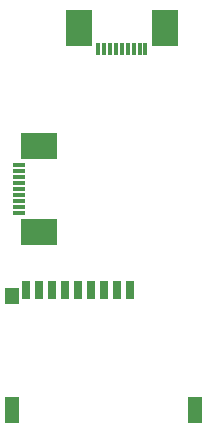
<source format=gbr>
%TF.GenerationSoftware,KiCad,Pcbnew,8.0.4*%
%TF.CreationDate,2024-08-27T23:39:26+01:00*%
%TF.ProjectId,qmmister-sd-relocate,716d6d69-7374-4657-922d-73642d72656c,rev?*%
%TF.SameCoordinates,Original*%
%TF.FileFunction,Paste,Top*%
%TF.FilePolarity,Positive*%
%FSLAX46Y46*%
G04 Gerber Fmt 4.6, Leading zero omitted, Abs format (unit mm)*
G04 Created by KiCad (PCBNEW 8.0.4) date 2024-08-27 23:39:26*
%MOMM*%
%LPD*%
G01*
G04 APERTURE LIST*
%ADD10R,1.100000X0.300000*%
%ADD11R,3.100000X2.300000*%
%ADD12R,0.700000X1.600000*%
%ADD13R,1.200000X2.200000*%
%ADD14R,1.200000X1.400000*%
%ADD15R,0.300000X1.100000*%
%ADD16R,2.300000X3.100000*%
G04 APERTURE END LIST*
D10*
%TO.C,J3*%
X40800000Y-59920000D03*
X40800000Y-59420000D03*
X40800000Y-58920000D03*
X40800000Y-58420000D03*
X40800000Y-57920000D03*
X40800000Y-57420000D03*
X40800000Y-56920000D03*
X40800000Y-56420000D03*
X40800000Y-55920000D03*
D11*
X42500000Y-61590000D03*
X42500000Y-54250000D03*
%TD*%
D12*
%TO.C,J2*%
X50250000Y-66500000D03*
X49150000Y-66500000D03*
X48050000Y-66500000D03*
X46950000Y-66500000D03*
X45850000Y-66500000D03*
X44750000Y-66500000D03*
X43650000Y-66500000D03*
X42550000Y-66500000D03*
X41450000Y-66500000D03*
D13*
X55750000Y-76600000D03*
X40250000Y-76600000D03*
D14*
X40250000Y-67000000D03*
%TD*%
D15*
%TO.C,J4*%
X51550000Y-46025000D03*
X51050000Y-46025000D03*
X50550000Y-46025000D03*
X50050000Y-46025000D03*
X49550000Y-46025000D03*
X49050000Y-46025000D03*
X48550000Y-46025000D03*
X48050000Y-46025000D03*
X47550000Y-46025000D03*
D16*
X53220000Y-44325000D03*
X45880000Y-44325000D03*
%TD*%
M02*

</source>
